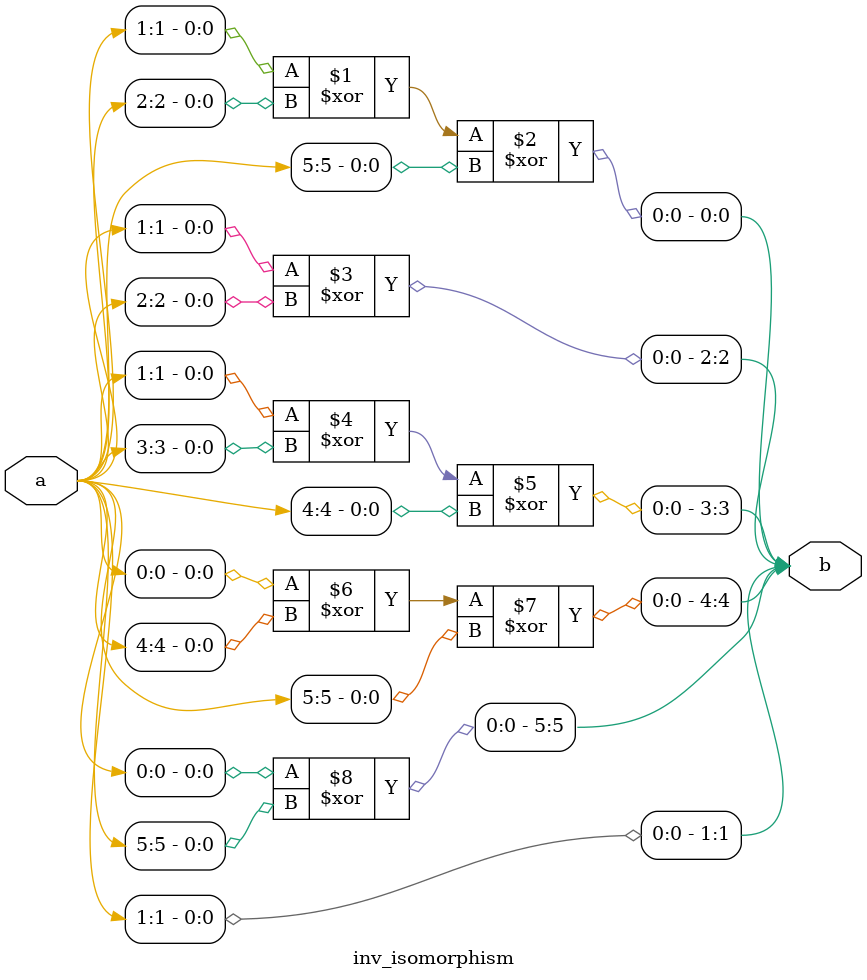
<source format=v>
`timescale 1ns/100ps
module SMS23_5_nn_6_6(x,y);
	 input [5:0] x;
	 output [5:0] y;
	 wire [5:0] w;
	 wire [5:0] p;
	 isomorphism C2 (x,w);
	 power_5 C3 (w,p);
	 inv_isomorphism C4 (p,y);
endmodule

module square_base(a,b);
	 input [1:0] a;
	 output [1:0] b;
	 assign b[0]=a[1];
	 assign b[1]=a[0];
endmodule

module add_base(a,b,c);
	 input [1:0] a;
	 input [1:0] b;
	 output [1:0] c;
	 assign c[0]=a[0]^b[0];
	 assign c[1]=a[1]^b[1];
endmodule

module constant_multiplication_base_0(a,b);
	 input [1:0] a;
	 output [1:0] b;
	 assign b[0]=0;
	 assign b[1]=0;
endmodule

module constant_multiplication_base_1(a,b);
	 input [1:0] a;
	 output [1:0] b;
	 assign b[0]=a[0];
	 assign b[1]=a[1];
endmodule

module constant_multiplication_base_2(a,b);
	 input [1:0] a;
	 output [1:0] b;
	 assign b[0]=a[1];
	 assign b[1]=a[0]^a[1];
endmodule

module constant_multiplication_base_3(a,b);
	 input [1:0] a;
	 output [1:0] b;
	 assign b[0]=a[0]^a[1];
	 assign b[1]=a[0];
endmodule

module multiplication_base(a,b,c);
	 input [1:0] a;
	 input [1:0] b;
	 output [1:0] c;
	 wire t;
	 assign t=(a[0]&b[1])^(a[1]&b[0]);
	 assign c[0]=(a[1]&b[1])^t;
	 assign c[1]=(a[0]&b[0])^t;
endmodule
module power_5(a,b);
	 input [5:0] a;
	 output [5:0] b;
	 wire [1:0] x_0;
	 wire [1:0] x_1;
	 wire [1:0] x_2;
	 wire [1:0] y_0;
	 wire [1:0] y_1;
	 wire [1:0] y_2;
	 wire [1:0] y_3;
	 wire [1:0] y_4;
	 wire [1:0] y_5;
	 wire [1:0] z_00;
	 wire [1:0] z_01;
	 wire [1:0] z_02;
	 wire [1:0] z_03;
	 wire [1:0] z_04;
	 wire [1:0] z_10;
	 wire [1:0] z_11;
	 wire [1:0] z_12;
	 wire [1:0] z_13;
	 wire [1:0] z_14;
	 wire [1:0] z_20;
	 wire [1:0] z_21;
	 wire [1:0] z_22;
	 wire [1:0] z_23;
	 wire [1:0] z_24;
	 wire [1:0] w_00;
	 wire [1:0] w_01;
	 wire [1:0] w_02;
	 wire [1:0] w_03;
	 wire [1:0] w_04;
	 wire [1:0] w_05;
	 wire [1:0] w_10;
	 wire [1:0] w_11;
	 wire [1:0] w_12;
	 wire [1:0] w_13;
	 wire [1:0] w_14;
	 wire [1:0] w_15;
	 wire [1:0] w_20;
	 wire [1:0] w_21;
	 wire [1:0] w_22;
	 wire [1:0] w_23;
	 wire [1:0] w_24;
	 wire [1:0] w_25;
	 assign x_0[0]=a[0];
	 assign x_0[1]=a[1];
	 assign x_1[0]=a[2];
	 assign x_1[1]=a[3];
	 assign x_2[0]=a[4];
	 assign x_2[1]=a[5];
	 square_base A1 (x_0,y_0);
	 square_base A2 (x_1,y_1);
	 square_base A3 (x_2,y_2);
	 multiplication_base A4 (x_0,x_1,y_3);
	 multiplication_base A5 (x_0,x_2,y_4);
	 multiplication_base A6 (x_1,x_2,y_5);
	 constant_multiplication_base_3 MC00 (y_0,w_00);
	 constant_multiplication_base_0 MC01 (y_1,w_01);
	 constant_multiplication_base_1 MC02 (y_2,w_02);
	 constant_multiplication_base_2 MC03 (y_3,w_03);
	 constant_multiplication_base_1 MC04 (y_4,w_04);
	 constant_multiplication_base_2 MC05 (y_5,w_05);
	 constant_multiplication_base_1 MC10 (y_0,w_10);
	 constant_multiplication_base_3 MC11 (y_1,w_11);
	 constant_multiplication_base_0 MC12 (y_2,w_12);
	 constant_multiplication_base_1 MC13 (y_3,w_13);
	 constant_multiplication_base_2 MC14 (y_4,w_14);
	 constant_multiplication_base_2 MC15 (y_5,w_15);
	 constant_multiplication_base_0 MC20 (y_0,w_20);
	 constant_multiplication_base_1 MC21 (y_1,w_21);
	 constant_multiplication_base_3 MC22 (y_2,w_22);
	 constant_multiplication_base_2 MC23 (y_3,w_23);
	 constant_multiplication_base_2 MC24 (y_4,w_24);
	 constant_multiplication_base_1 MC25 (y_5,w_25);
	 add_base B00 (w_00,w_01,z_00);
	 add_base B01 (w_02,w_03,z_01);
	 add_base B02 (w_04,w_05,z_02);
	 add_base B03 (z_00,z_01,z_03);
	 add_base B04 (z_03,z_02,z_04);
	 add_base B10 (w_10,w_11,z_10);
	 add_base B11 (w_12,w_13,z_11);
	 add_base B12 (w_14,w_15,z_12);
	 add_base B13 (z_10,z_11,z_13);
	 add_base B14 (z_13,z_12,z_14);
	 add_base B20 (w_20,w_21,z_20);
	 add_base B21 (w_22,w_23,z_21);
	 add_base B22 (w_24,w_25,z_22);
	 add_base B23 (z_20,z_21,z_23);
	 add_base B24 (z_23,z_22,z_24);
	 assign b[0]=z_04[0];
	 assign b[1]=z_04[1];
	 assign b[2]=z_14[0];
	 assign b[3]=z_14[1];
	 assign b[4]=z_24[0];
	 assign b[5]=z_24[1];
endmodule

module isomorphism(a,b);
	 input [5:0] a;
	 output [5:0] b;
	 assign b[0]=a[0]^a[2]^a[3];
	 assign b[1]=a[0]^a[2]^a[4]^a[5];
	 assign b[2]=a[1]^a[3]^a[5];
	 assign b[3]=a[1];
	 assign b[4]=a[0]^a[4];
	 assign b[5]=a[0]^a[1]^a[2]^a[3]^a[4]^a[5];
endmodule

module inv_isomorphism(a,b);
	 input [5:0] a;
	 output [5:0] b;
	 assign b[0]=a[1]^a[2]^a[5];
	 assign b[1]=a[1];
	 assign b[2]=a[1]^a[2];
	 assign b[3]=a[1]^a[3]^a[4];
	 assign b[4]=a[0]^a[4]^a[5];
	 assign b[5]=a[0]^a[5];
endmodule


</source>
